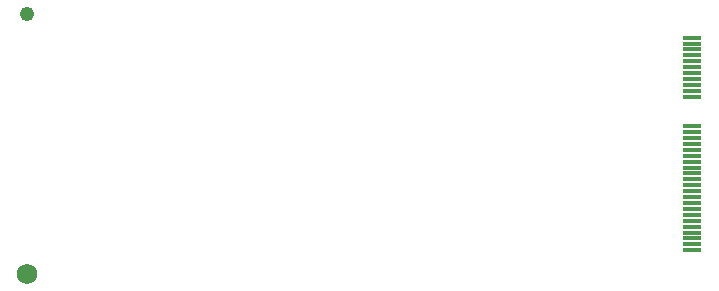
<source format=gbs>
G04*
G04 #@! TF.GenerationSoftware,Altium Limited,Altium Designer,21.7.2 (23)*
G04*
G04 Layer_Color=16711935*
%FSLAX25Y25*%
%MOIN*%
G70*
G04*
G04 #@! TF.SameCoordinates,AC63ED2E-E8E0-4B6E-8806-03F55A2ED641*
G04*
G04*
G04 #@! TF.FilePolarity,Negative*
G04*
G01*
G75*
%ADD22R,0.06221X0.01693*%
%ADD23C,0.06811*%
%ADD24C,0.04842*%
D22*
X452362Y287402D02*
D03*
Y281496D02*
D03*
Y277559D02*
D03*
Y279528D02*
D03*
Y285433D02*
D03*
Y283465D02*
D03*
Y273622D02*
D03*
Y271654D02*
D03*
Y269685D02*
D03*
Y275590D02*
D03*
Y289370D02*
D03*
Y291339D02*
D03*
Y293307D02*
D03*
Y295276D02*
D03*
Y297244D02*
D03*
Y299213D02*
D03*
Y307087D02*
D03*
Y309055D02*
D03*
Y305118D02*
D03*
Y303150D02*
D03*
Y311024D02*
D03*
Y301181D02*
D03*
Y322835D02*
D03*
Y324803D02*
D03*
Y326772D02*
D03*
Y328740D02*
D03*
Y330709D02*
D03*
Y332677D02*
D03*
Y334646D02*
D03*
Y336614D02*
D03*
Y338583D02*
D03*
Y340551D02*
D03*
Y320866D02*
D03*
D23*
X230669Y261811D02*
D03*
D24*
Y348425D02*
D03*
M02*

</source>
